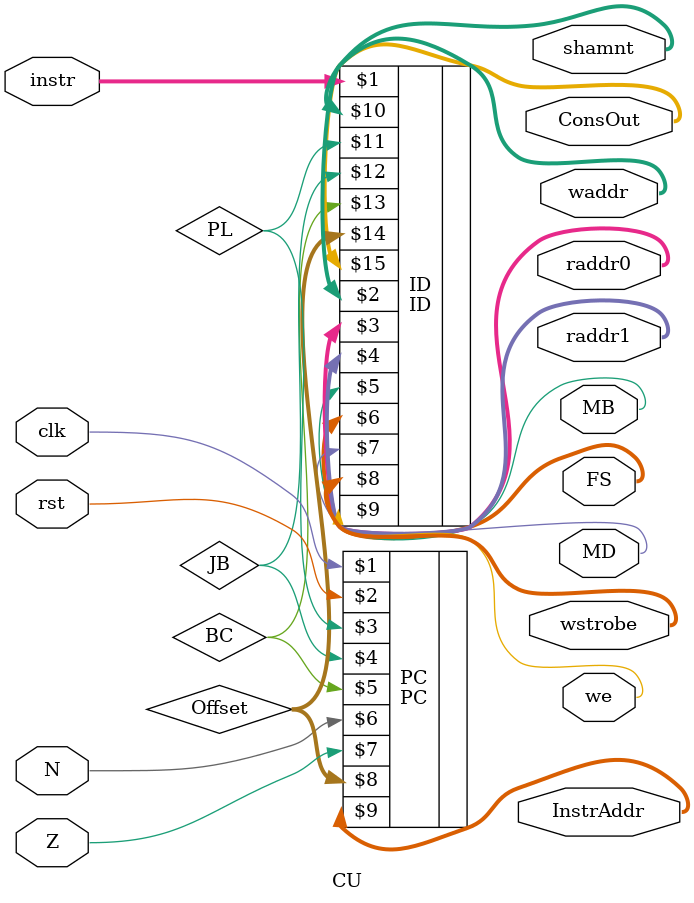
<source format=v>
`timescale 1ns / 1ps

module CU (
    input clk,
    input rst,
    input N,
    input Z,
    input [31:0] instr,
    output [4:0] waddr,
    output [4:0] raddr0,
    output [4:0] raddr1,
    output MB,
    output [3:0] FS,
    output MD,
    output [2:0] wstrobe,
    output we,
    output [4:0] shamnt,
    output [31:0] ConsOut,
    output [31:0] InstrAddr    
    );
    
    parameter width = 32;
    
    wire PL;
    wire JB;
    wire BC;
    wire [31:0] Offset;    
    
    ID ID (
        instr,
        waddr,
        raddr0,
        raddr1,
        MB,
        FS,
        MD,
        wstrobe,
        we,
        shamnt,
        PL,
        JB,
        BC,
        Offset,
        ConsOut
        );
    
    PC #(
        width
        ) PC (
        clk,
        rst,
        PL,
        JB,
        BC,
        N,
        Z,
        Offset,
        InstrAddr
        );
endmodule
</source>
